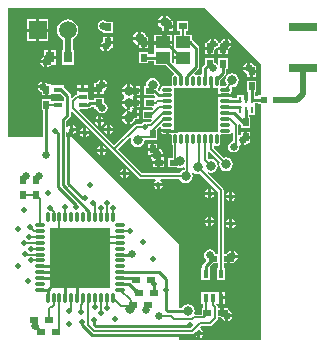
<source format=gtl>
%FSLAX24Y24*%
%MOIN*%
G70*
G01*
G75*
G04 Layer_Physical_Order=1*
G04 Layer_Color=255*
%ADD10R,0.0250X0.0200*%
%ADD11R,0.0200X0.0250*%
%ADD12R,0.0098X0.0217*%
%ADD13O,0.0110X0.0335*%
%ADD14O,0.0335X0.0110*%
%ADD15R,0.2008X0.2008*%
%ADD16R,0.0472X0.0394*%
%ADD17R,0.0472X0.0394*%
%ADD18R,0.0945X0.0295*%
%ADD19R,0.0236X0.0197*%
%ADD20R,0.0157X0.0276*%
%ADD21R,0.0276X0.0157*%
%ADD22R,0.1457X0.1457*%
%ADD23O,0.0335X0.0118*%
%ADD24O,0.0118X0.0335*%
%ADD25R,0.0276X0.0354*%
%ADD26C,0.0100*%
%ADD27C,0.0060*%
%ADD28C,0.0080*%
%ADD29C,0.0200*%
%ADD30C,0.0150*%
%ADD31C,0.0591*%
%ADD32R,0.0591X0.0591*%
%ADD33C,0.0200*%
%ADD34C,0.0250*%
%ADD35C,0.0330*%
G36*
X20710Y19504D02*
Y18458D01*
X20625D01*
Y18412D01*
X20512D01*
Y18565D01*
X20560D01*
Y18935D01*
X20240D01*
Y18565D01*
X20288D01*
Y18468D01*
X20253D01*
Y18300D01*
X20153D01*
Y18468D01*
X19897D01*
Y18357D01*
X19767D01*
X19735Y18396D01*
X19735Y18396D01*
X19733Y18392D01*
X19514D01*
Y18492D01*
X19733D01*
X19709Y18528D01*
Y18553D01*
X19735Y18593D01*
X19744Y18639D01*
X19735Y18685D01*
X19748Y18719D01*
X19750Y18721D01*
Y18721D01*
X19838Y18738D01*
X19912Y18788D01*
X19962Y18862D01*
X19979Y18950D01*
X19962Y19038D01*
X19912Y19112D01*
X19838Y19162D01*
X19750Y19179D01*
X19662Y19162D01*
X19588Y19112D01*
X19538Y19038D01*
X19521Y18950D01*
X19538Y18862D01*
X19566Y18820D01*
X19506Y18760D01*
X19406D01*
X19393Y18758D01*
X19358Y18793D01*
X19360Y18806D01*
Y18952D01*
X19529Y19121D01*
X19529Y19121D01*
X19554Y19157D01*
X19562Y19200D01*
Y19315D01*
X19610D01*
Y19685D01*
X19290D01*
Y19485D01*
X19242Y19470D01*
X19233Y19483D01*
X19172Y19524D01*
X19160Y19527D01*
Y19685D01*
X18840D01*
Y19499D01*
X18766Y19425D01*
X18742Y19388D01*
X18733Y19345D01*
X18733Y19345D01*
Y19167D01*
X18694Y19135D01*
X18648Y19144D01*
X18602Y19135D01*
X18563Y19109D01*
X18537D01*
X18498Y19135D01*
X18485Y19177D01*
X18629Y19321D01*
X18654Y19357D01*
X18662Y19400D01*
X18662Y19400D01*
Y20000D01*
X18662Y20000D01*
X18654Y20043D01*
X18629Y20079D01*
X18629Y20079D01*
X18417Y20291D01*
X18416Y20292D01*
Y20469D01*
X18211D01*
Y20590D01*
X18285D01*
Y20910D01*
X17915D01*
Y20590D01*
X18028D01*
Y20469D01*
X17823D01*
Y19955D01*
Y19750D01*
X18119D01*
Y19650D01*
X17823D01*
Y19551D01*
X17788Y19536D01*
X17746Y19564D01*
Y19955D01*
Y20162D01*
X17154D01*
Y19955D01*
Y19812D01*
X16960D01*
Y19885D01*
X16640D01*
Y19515D01*
X16960D01*
Y19588D01*
X17154D01*
Y19443D01*
X17548D01*
X17812Y19180D01*
X17807Y19130D01*
X17775Y19109D01*
X17749Y19069D01*
X17740Y19023D01*
Y18806D01*
X17742Y18793D01*
X17707Y18758D01*
X17694Y18760D01*
X17477D01*
X17431Y18751D01*
X17391Y18725D01*
X17365Y18685D01*
X17356Y18639D01*
X17362Y18606D01*
X17318Y18583D01*
X17263Y18638D01*
X17312Y18712D01*
X17329Y18800D01*
X17312Y18888D01*
X17262Y18962D01*
X17188Y19012D01*
X17100Y19029D01*
X17012Y19012D01*
X16938Y18962D01*
X16888Y18888D01*
X16871Y18800D01*
X16871Y18799D01*
X16839Y18760D01*
X16815D01*
Y18440D01*
X17144D01*
X17177Y18406D01*
X17158Y18360D01*
X16815D01*
Y18040D01*
X17095D01*
X17114Y17994D01*
X17080Y17960D01*
X16765D01*
Y17640D01*
X17045D01*
X17064Y17594D01*
X17012Y17542D01*
X16926D01*
X16912Y17551D01*
X16850Y17563D01*
X16788Y17551D01*
X16735Y17515D01*
X16719Y17492D01*
X16570D01*
X16535Y17485D01*
X16505Y17465D01*
X15820Y16780D01*
X14661Y17939D01*
X14680Y17985D01*
X14961D01*
Y18018D01*
X15003Y18026D01*
X15039Y18051D01*
X15056Y18068D01*
X15150D01*
Y17995D01*
X15228D01*
X15236Y17958D01*
X15277Y17897D01*
X15338Y17856D01*
X15410Y17841D01*
X15482Y17856D01*
X15543Y17897D01*
X15584Y17958D01*
X15599Y18030D01*
X15584Y18102D01*
X15543Y18163D01*
X15482Y18204D01*
X15470Y18207D01*
Y18365D01*
X15150D01*
Y18292D01*
X15010D01*
X15010Y18292D01*
X15000Y18290D01*
X14961Y18322D01*
Y18497D01*
Y18586D01*
X14566D01*
Y18497D01*
Y18471D01*
X14541Y18466D01*
X14535Y18465D01*
X14505Y18445D01*
X14418Y18358D01*
X14372Y18377D01*
Y18430D01*
X14372Y18430D01*
X14364Y18473D01*
X14339Y18509D01*
X14339Y18509D01*
X14154Y18694D01*
Y18775D01*
X13759D01*
Y18775D01*
X13755D01*
X13720Y18810D01*
Y18815D01*
X13626D01*
X13593Y18863D01*
X13532Y18904D01*
X13510Y18909D01*
Y18730D01*
X13460D01*
Y18680D01*
X13281D01*
X13286Y18658D01*
X13327Y18597D01*
X13388Y18556D01*
X13400Y18553D01*
Y18445D01*
X13510D01*
Y18630D01*
X13610D01*
Y18445D01*
X13720D01*
Y18497D01*
X13759D01*
Y18497D01*
X14034D01*
X14148Y18384D01*
Y18263D01*
X13759D01*
Y18263D01*
X13755D01*
X13720Y18298D01*
Y18315D01*
X13400D01*
Y17945D01*
X13448D01*
Y17050D01*
X12270D01*
Y21360D01*
X18811D01*
X20710Y19504D01*
D02*
G37*
G36*
X17381Y17388D02*
X17391Y17372D01*
Y17347D01*
X17367Y17311D01*
X17586D01*
Y17261D01*
X17635D01*
Y17140D01*
X17694D01*
X17707Y17142D01*
X17742Y17107D01*
X17740Y17094D01*
Y16877D01*
X17749Y16831D01*
X17769Y16800D01*
Y16360D01*
X17615D01*
Y16040D01*
X17909D01*
X17912Y16038D01*
X18000Y16021D01*
X18088Y16038D01*
X18119Y16059D01*
X18163Y16035D01*
Y15972D01*
X18112Y15962D01*
X18038Y15912D01*
X17991Y15842D01*
X16758D01*
X15950Y16650D01*
X16340Y17040D01*
X16384Y17016D01*
X16371Y16950D01*
X16388Y16862D01*
X16438Y16788D01*
X16512Y16738D01*
X16600Y16721D01*
X16688Y16738D01*
X16762Y16788D01*
X16812Y16862D01*
X16829Y16950D01*
X16836Y16958D01*
X17000D01*
X17034Y16965D01*
X17260D01*
Y17322D01*
X17331Y17393D01*
X17381Y17388D01*
D02*
G37*
G36*
X20625Y18142D02*
X20710D01*
Y10300D01*
X17980D01*
Y10488D01*
X18413D01*
X18446Y10495D01*
X18487Y10467D01*
X18489Y10458D01*
X18525Y10405D01*
X18578Y10369D01*
X18590Y10367D01*
Y10520D01*
X18640D01*
Y10570D01*
X18793D01*
X18791Y10582D01*
X18755Y10635D01*
X18702Y10671D01*
X18698Y10672D01*
X18684Y10719D01*
X18722Y10758D01*
X19020D01*
X19059Y10766D01*
X19092Y10788D01*
X19092Y10788D01*
X19092Y10788D01*
X19252Y10948D01*
X19274Y10981D01*
X19282Y11020D01*
X19282Y11020D01*
X19282Y11020D01*
Y11020D01*
Y11040D01*
X19370D01*
Y11200D01*
Y11360D01*
X19282D01*
Y11380D01*
X19274Y11419D01*
X19252Y11452D01*
X19222Y11482D01*
Y11499D01*
X19326D01*
Y11696D01*
Y11894D01*
X18725D01*
Y11499D01*
X18772D01*
Y11360D01*
X18735D01*
Y11134D01*
X18550D01*
X18492Y11172D01*
D01*
X18492Y11172D01*
X18509Y11260D01*
X18492Y11348D01*
X18442Y11422D01*
X18368Y11472D01*
X18280Y11489D01*
X18192Y11472D01*
X18118Y11422D01*
X18084Y11372D01*
X17980D01*
Y13460D01*
X17920Y13540D01*
X14410Y17050D01*
X14212D01*
Y17207D01*
X14260Y17222D01*
X14285Y17185D01*
X14338Y17149D01*
X14350Y17147D01*
Y17300D01*
Y17453D01*
X14338Y17451D01*
X14285Y17415D01*
X14260Y17378D01*
X14212Y17393D01*
Y17584D01*
X14339Y17711D01*
X14339Y17711D01*
X14364Y17747D01*
X14364Y17747D01*
X14364Y17747D01*
X14372Y17790D01*
X14372Y17790D01*
Y17903D01*
X14418Y17922D01*
X15755Y16585D01*
X15755Y16585D01*
X16655Y15685D01*
X16685Y15665D01*
X16720Y15658D01*
X17188D01*
X17202Y15610D01*
X17165Y15585D01*
X17129Y15532D01*
X17127Y15520D01*
X17433D01*
X17431Y15532D01*
X17395Y15585D01*
X17358Y15610D01*
X17372Y15658D01*
X17991D01*
X18038Y15588D01*
X18112Y15538D01*
X18200Y15521D01*
X18288Y15538D01*
X18362Y15588D01*
X18412Y15662D01*
X18429Y15750D01*
X18412Y15838D01*
X18397Y15860D01*
X18438Y15888D01*
X18512Y15838D01*
X18600Y15821D01*
X18683Y15837D01*
X19284Y15236D01*
Y13160D01*
X19181D01*
X19174Y13192D01*
X19133Y13253D01*
X19072Y13294D01*
X19000Y13309D01*
X18928Y13294D01*
X18867Y13253D01*
X18826Y13192D01*
X18811Y13120D01*
X18826Y13048D01*
X18867Y12987D01*
X18883Y12976D01*
X18888Y12926D01*
X18785Y12823D01*
X18760Y12787D01*
X18752Y12744D01*
X18752Y12744D01*
Y12701D01*
X18725D01*
Y12306D01*
X19003D01*
Y12701D01*
X19003Y12701D01*
X19003D01*
X18996Y12718D01*
X19119Y12840D01*
X19284D01*
Y12701D01*
X19237D01*
Y12306D01*
X19515D01*
Y12701D01*
X19468D01*
Y12840D01*
X19570D01*
Y13000D01*
Y13160D01*
X19468D01*
Y15274D01*
X19462Y15303D01*
X19461Y15309D01*
X19441Y15339D01*
X18930Y15850D01*
X18962Y15888D01*
X18962Y15888D01*
X19050Y15871D01*
X19138Y15888D01*
X19212Y15938D01*
X19262Y16012D01*
X19279Y16100D01*
X19262Y16188D01*
X19212Y16262D01*
X19138Y16312D01*
X19050Y16329D01*
X18976Y16315D01*
X18937Y16346D01*
Y16566D01*
X18944Y16571D01*
X18983Y16587D01*
X19337Y16233D01*
X19321Y16150D01*
X19338Y16062D01*
X19388Y15988D01*
X19462Y15938D01*
X19550Y15921D01*
X19638Y15938D01*
X19712Y15988D01*
X19762Y16062D01*
X19779Y16150D01*
X19762Y16238D01*
X19712Y16312D01*
X19638Y16362D01*
X19550Y16379D01*
X19467Y16363D01*
X19134Y16696D01*
Y16751D01*
X19178Y16775D01*
X19193Y16765D01*
X19239Y16756D01*
X19285Y16765D01*
X19325Y16791D01*
X19351Y16831D01*
X19360Y16877D01*
Y17094D01*
X19358Y17107D01*
X19393Y17142D01*
X19406Y17140D01*
X19623D01*
X19669Y17149D01*
X19709Y17175D01*
X19730Y17208D01*
X19778Y17193D01*
Y16914D01*
X19728Y16904D01*
X19667Y16863D01*
X19626Y16802D01*
X19611Y16730D01*
X19626Y16658D01*
X19667Y16597D01*
X19728Y16556D01*
X19800Y16541D01*
X19872Y16556D01*
X19933Y16597D01*
X19974Y16658D01*
X19989Y16730D01*
X19985Y16749D01*
X20026Y16777D01*
X20028Y16776D01*
X20050Y16771D01*
Y16950D01*
X20150D01*
Y16771D01*
X20172Y16776D01*
X20233Y16817D01*
X20266Y16865D01*
X20360D01*
Y17000D01*
X20200D01*
Y17050D01*
X20150D01*
Y17235D01*
X20040D01*
Y17140D01*
X19997Y17114D01*
X19962Y17133D01*
Y17459D01*
X19959Y17473D01*
X20003Y17497D01*
X20029Y17471D01*
X20029Y17471D01*
X20040Y17464D01*
Y17365D01*
X20360D01*
Y17735D01*
X20312D01*
Y17797D01*
X20509D01*
Y18132D01*
Y18188D01*
X20625D01*
Y18142D01*
D02*
G37*
%LPC*%
G36*
X17300Y16669D02*
Y16500D01*
X17469D01*
X17462Y16538D01*
X17412Y16612D01*
X17338Y16662D01*
X17300Y16669D01*
D02*
G37*
G36*
X15563Y16560D02*
X15460D01*
Y16457D01*
X15472Y16459D01*
X15525Y16495D01*
X15561Y16548D01*
X15563Y16560D01*
D02*
G37*
G36*
X17050Y16835D02*
X16940D01*
Y16700D01*
X17050D01*
Y16835D01*
D02*
G37*
G36*
X15460Y16763D02*
Y16660D01*
X15563D01*
X15561Y16672D01*
X15525Y16725D01*
X15472Y16761D01*
X15460Y16763D01*
D02*
G37*
G36*
X15360D02*
X15348Y16761D01*
X15295Y16725D01*
X15259Y16672D01*
X15257Y16660D01*
X15360D01*
Y16763D01*
D02*
G37*
G36*
X17250Y16150D02*
X17115D01*
Y16040D01*
X17250D01*
Y16150D01*
D02*
G37*
G36*
X16210Y15993D02*
Y15890D01*
X16313D01*
X16311Y15902D01*
X16275Y15955D01*
X16222Y15991D01*
X16210Y15993D01*
D02*
G37*
G36*
X16110D02*
X16098Y15991D01*
X16045Y15955D01*
X16009Y15902D01*
X16007Y15890D01*
X16110D01*
Y15993D01*
D02*
G37*
G36*
X17485Y16150D02*
X17350D01*
Y16040D01*
X17485D01*
Y16150D01*
D02*
G37*
G36*
X15360Y16560D02*
X15257D01*
X15259Y16548D01*
X15295Y16495D01*
X15348Y16459D01*
X15360Y16457D01*
Y16560D01*
D02*
G37*
G36*
X17200Y16600D02*
X16940D01*
Y16465D01*
X17008D01*
X17021Y16450D01*
X17031Y16500D01*
X17200D01*
Y16600D01*
D02*
G37*
G36*
X17469Y16400D02*
X17031D01*
X17038Y16362D01*
X17088Y16288D01*
X17115Y16270D01*
Y16250D01*
X17485D01*
Y16360D01*
X17485D01*
X17462Y16362D01*
X17462D01*
X17469Y16400D01*
D02*
G37*
G36*
X17260Y16835D02*
X17150D01*
Y16700D01*
X17260D01*
Y16835D01*
D02*
G37*
G36*
X14880Y17353D02*
Y17250D01*
X14983D01*
X14981Y17262D01*
X14945Y17315D01*
X14892Y17351D01*
X14880Y17353D01*
D02*
G37*
G36*
X14780D02*
X14768Y17351D01*
X14715Y17315D01*
X14679Y17262D01*
X14677Y17250D01*
X14780D01*
Y17353D01*
D02*
G37*
G36*
X15783Y17260D02*
X15680D01*
Y17157D01*
X15692Y17159D01*
X15745Y17195D01*
X15781Y17248D01*
X15783Y17260D01*
D02*
G37*
G36*
X15680Y17463D02*
Y17360D01*
X15783D01*
X15781Y17372D01*
X15745Y17425D01*
X15692Y17461D01*
X15680Y17463D01*
D02*
G37*
G36*
X15580D02*
X15568Y17461D01*
X15515Y17425D01*
X15479Y17372D01*
X15477Y17360D01*
X15580D01*
Y17463D01*
D02*
G37*
G36*
X14450Y17453D02*
Y17350D01*
X14553D01*
X14551Y17362D01*
X14515Y17415D01*
X14462Y17451D01*
X14450Y17453D01*
D02*
G37*
G36*
X20360Y17235D02*
X20250D01*
Y17100D01*
X20360D01*
Y17235D01*
D02*
G37*
G36*
X14983Y17150D02*
X14880D01*
Y17047D01*
X14892Y17049D01*
X14945Y17085D01*
X14981Y17138D01*
X14983Y17150D01*
D02*
G37*
G36*
X14780D02*
X14677D01*
X14679Y17138D01*
X14715Y17085D01*
X14768Y17049D01*
X14780Y17047D01*
Y17150D01*
D02*
G37*
G36*
X15580Y17260D02*
X15477D01*
X15479Y17248D01*
X15515Y17195D01*
X15568Y17159D01*
X15580Y17157D01*
Y17260D01*
D02*
G37*
G36*
X14553Y17250D02*
X14450D01*
Y17147D01*
X14462Y17149D01*
X14515Y17185D01*
X14551Y17238D01*
X14553Y17250D01*
D02*
G37*
G36*
X17535Y17211D02*
X17367D01*
X17391Y17175D01*
X17431Y17149D01*
X17477Y17140D01*
X17535D01*
Y17211D01*
D02*
G37*
G36*
X16313Y15790D02*
X16210D01*
Y15687D01*
X16222Y15689D01*
X16275Y15725D01*
X16311Y15778D01*
X16313Y15790D01*
D02*
G37*
G36*
X19660Y14110D02*
X19557D01*
X19559Y14098D01*
X19595Y14045D01*
X19648Y14009D01*
X19660Y14007D01*
Y14110D01*
D02*
G37*
G36*
X19810Y13259D02*
Y13130D01*
X19939D01*
X19934Y13152D01*
X19893Y13213D01*
X19832Y13254D01*
X19810Y13259D01*
D02*
G37*
G36*
X19939Y13030D02*
X19810D01*
Y12901D01*
X19832Y12906D01*
X19893Y12947D01*
X19934Y13008D01*
X19939Y13030D01*
D02*
G37*
G36*
X19863Y14110D02*
X19760D01*
Y14007D01*
X19772Y14009D01*
X19825Y14045D01*
X19861Y14098D01*
X19863Y14110D01*
D02*
G37*
G36*
X19660Y14313D02*
X19648Y14311D01*
X19595Y14275D01*
X19559Y14222D01*
X19557Y14210D01*
X19660D01*
Y14313D01*
D02*
G37*
G36*
X19143Y14190D02*
X19040D01*
Y14087D01*
X19052Y14089D01*
X19105Y14125D01*
X19141Y14178D01*
X19143Y14190D01*
D02*
G37*
G36*
X18940D02*
X18837D01*
X18839Y14178D01*
X18875Y14125D01*
X18928Y14089D01*
X18940Y14087D01*
Y14190D01*
D02*
G37*
G36*
X19620Y11279D02*
Y11150D01*
X19749D01*
X19744Y11172D01*
X19703Y11233D01*
X19642Y11274D01*
X19620Y11279D01*
D02*
G37*
G36*
X19749Y11050D02*
X19620D01*
Y10921D01*
X19642Y10926D01*
X19703Y10967D01*
X19744Y11028D01*
X19749Y11050D01*
D02*
G37*
G36*
X18793Y10470D02*
X18690D01*
Y10367D01*
X18702Y10369D01*
X18755Y10405D01*
X18791Y10458D01*
X18793Y10470D01*
D02*
G37*
G36*
X19605Y11360D02*
X19470D01*
Y11200D01*
Y11040D01*
X19393D01*
X19396Y11028D01*
X19437Y10967D01*
X19498Y10926D01*
X19520Y10921D01*
Y11100D01*
Y11279D01*
X19570Y11289D01*
X19605Y11282D01*
Y11360D01*
D02*
G37*
G36*
X19710Y13259D02*
X19688Y13254D01*
X19627Y13213D01*
X19591Y13160D01*
X19670D01*
Y13000D01*
Y12840D01*
X19805D01*
Y12900D01*
X19760Y12891D01*
X19710Y12901D01*
Y13080D01*
Y13259D01*
D02*
G37*
G36*
X19515Y11894D02*
X19426D01*
Y11746D01*
X19515D01*
Y11894D01*
D02*
G37*
G36*
Y11646D02*
X19426D01*
Y11499D01*
X19515D01*
Y11646D01*
D02*
G37*
G36*
X18950Y15313D02*
X18938Y15311D01*
X18885Y15275D01*
X18849Y15222D01*
X18847Y15210D01*
X18950D01*
Y15313D01*
D02*
G37*
G36*
X19760Y15223D02*
Y15120D01*
X19863D01*
X19861Y15132D01*
X19825Y15185D01*
X19772Y15221D01*
X19760Y15223D01*
D02*
G37*
G36*
X19660D02*
X19648Y15221D01*
X19595Y15185D01*
X19559Y15132D01*
X19557Y15120D01*
X19660D01*
Y15223D01*
D02*
G37*
G36*
X19050Y15313D02*
Y15210D01*
X19153D01*
X19151Y15222D01*
X19115Y15275D01*
X19062Y15311D01*
X19050Y15313D01*
D02*
G37*
G36*
X16110Y15790D02*
X16007D01*
X16009Y15778D01*
X16045Y15725D01*
X16098Y15689D01*
X16110Y15687D01*
Y15790D01*
D02*
G37*
G36*
X17433Y15420D02*
X17330D01*
Y15317D01*
X17342Y15319D01*
X17395Y15355D01*
X17431Y15408D01*
X17433Y15420D01*
D02*
G37*
G36*
X17230D02*
X17127D01*
X17129Y15408D01*
X17165Y15355D01*
X17218Y15319D01*
X17230Y15317D01*
Y15420D01*
D02*
G37*
G36*
X19040Y14393D02*
Y14290D01*
X19143D01*
X19141Y14302D01*
X19105Y14355D01*
X19052Y14391D01*
X19040Y14393D01*
D02*
G37*
G36*
X18940D02*
X18928Y14391D01*
X18875Y14355D01*
X18839Y14302D01*
X18837Y14290D01*
X18940D01*
Y14393D01*
D02*
G37*
G36*
X19760Y14313D02*
Y14210D01*
X19863D01*
X19861Y14222D01*
X19825Y14275D01*
X19772Y14311D01*
X19760Y14313D01*
D02*
G37*
G36*
X19660Y15020D02*
X19557D01*
X19559Y15008D01*
X19595Y14955D01*
X19648Y14919D01*
X19660Y14917D01*
Y15020D01*
D02*
G37*
G36*
X19153Y15110D02*
X19050D01*
Y15007D01*
X19062Y15009D01*
X19115Y15045D01*
X19151Y15098D01*
X19153Y15110D01*
D02*
G37*
G36*
X18950D02*
X18847D01*
X18849Y15098D01*
X18885Y15045D01*
X18938Y15009D01*
X18950Y15007D01*
Y15110D01*
D02*
G37*
G36*
X19863Y15020D02*
X19760D01*
Y14917D01*
X19772Y14919D01*
X19825Y14955D01*
X19861Y15008D01*
X19863Y15020D01*
D02*
G37*
G36*
X15270Y17540D02*
X15167D01*
X15169Y17528D01*
X15205Y17475D01*
X15258Y17439D01*
X15270Y17437D01*
Y17540D01*
D02*
G37*
G36*
X16620Y20300D02*
X16451D01*
X16458Y20262D01*
X16508Y20188D01*
X16582Y20138D01*
X16620Y20131D01*
Y20300D01*
D02*
G37*
G36*
X16960Y20385D02*
X16892D01*
X16899Y20350D01*
X16889Y20300D01*
X16720D01*
Y20131D01*
X16670Y20121D01*
X16640Y20127D01*
Y20015D01*
X16750D01*
Y20200D01*
X16800D01*
Y20250D01*
X16960D01*
Y20385D01*
D02*
G37*
G36*
X19290Y20185D02*
Y20185D01*
X19282D01*
X19289Y20150D01*
X19279Y20100D01*
X18921D01*
X18911Y20150D01*
X18918Y20185D01*
X18840D01*
Y20050D01*
X19160D01*
Y19973D01*
X19172Y19976D01*
X19233Y20017D01*
X19242Y20030D01*
X19290Y20015D01*
Y20050D01*
X19610D01*
Y19973D01*
X19622Y19976D01*
X19683Y20017D01*
X19724Y20078D01*
X19729Y20100D01*
X19371D01*
X19361Y20150D01*
X19368Y20185D01*
X19290D01*
D01*
X19290Y20185D01*
X19290Y20185D01*
D02*
G37*
G36*
X19050Y20329D02*
X19028Y20324D01*
X18967Y20283D01*
X18926Y20222D01*
X18921Y20200D01*
X19050D01*
Y20329D01*
D02*
G37*
G36*
X19600D02*
Y20200D01*
X19729D01*
X19724Y20222D01*
X19683Y20283D01*
X19622Y20324D01*
X19600Y20329D01*
D02*
G37*
G36*
X19500D02*
X19478Y20324D01*
X19417Y20283D01*
X19376Y20222D01*
X19371Y20200D01*
X19500D01*
Y20329D01*
D02*
G37*
G36*
X19150D02*
Y20200D01*
X19279D01*
X19274Y20222D01*
X19233Y20283D01*
X19172Y20324D01*
X19150Y20329D01*
D02*
G37*
G36*
X19400Y19950D02*
X19290D01*
Y19815D01*
X19400D01*
Y19950D01*
D02*
G37*
G36*
X19160D02*
X19050D01*
Y19815D01*
X19160D01*
Y19950D01*
D02*
G37*
G36*
X18950D02*
X18840D01*
Y19815D01*
X18950D01*
Y19950D01*
D02*
G37*
G36*
X19610D02*
X19500D01*
Y19815D01*
X19610D01*
Y19950D01*
D02*
G37*
G36*
X16960Y20150D02*
X16850D01*
Y20015D01*
X16960D01*
Y20150D01*
D02*
G37*
G36*
X15570Y20395D02*
X15460D01*
Y20265D01*
X15458Y20264D01*
X15397Y20223D01*
X15356Y20162D01*
X15351Y20140D01*
X15530D01*
Y20090D01*
X15580D01*
Y19911D01*
X15602Y19916D01*
X15663Y19957D01*
X15704Y20018D01*
X15706Y20025D01*
X15780D01*
Y20160D01*
X15620D01*
Y20210D01*
X15570D01*
Y20395D01*
D02*
G37*
G36*
X15480Y20040D02*
X15351D01*
X15356Y20018D01*
X15397Y19957D01*
X15458Y19916D01*
X15480Y19911D01*
Y20040D01*
D02*
G37*
G36*
X17785Y20700D02*
X17650D01*
Y20590D01*
X17785D01*
Y20700D01*
D02*
G37*
G36*
Y20910D02*
X17725D01*
X17729Y20890D01*
X17719Y20840D01*
X17281D01*
X17288Y20802D01*
X17338Y20728D01*
X17412Y20678D01*
X17415Y20677D01*
Y20590D01*
X17550D01*
Y20750D01*
X17600D01*
Y20800D01*
X17785D01*
Y20910D01*
D02*
G37*
G36*
X15460Y20949D02*
X15388Y20934D01*
X15327Y20893D01*
X15286Y20832D01*
X15271Y20760D01*
X15286Y20688D01*
X15327Y20627D01*
X15388Y20586D01*
X15460Y20571D01*
Y20525D01*
X15780D01*
Y20895D01*
X15591D01*
X15532Y20934D01*
X15460Y20949D01*
D02*
G37*
G36*
X13220Y20975D02*
X12915D01*
Y20670D01*
X13220D01*
Y20975D01*
D02*
G37*
G36*
X17550Y21109D02*
Y20940D01*
X17719D01*
X17712Y20978D01*
X17662Y21052D01*
X17588Y21102D01*
X17550Y21109D01*
D02*
G37*
G36*
X17450D02*
X17412Y21102D01*
X17338Y21052D01*
X17288Y20978D01*
X17281Y20940D01*
X17450D01*
Y21109D01*
D02*
G37*
G36*
X13625Y20975D02*
X13320D01*
Y20670D01*
X13625D01*
Y20975D01*
D02*
G37*
G36*
X17746Y20469D02*
X17500D01*
Y20262D01*
X17746D01*
Y20469D01*
D02*
G37*
G36*
X17400D02*
X17154D01*
Y20262D01*
X17400D01*
Y20469D01*
D02*
G37*
G36*
X15780Y20395D02*
X15670D01*
Y20260D01*
X15780D01*
Y20395D01*
D02*
G37*
G36*
X13220Y20570D02*
X12915D01*
Y20265D01*
X13220D01*
Y20570D01*
D02*
G37*
G36*
X16720Y20569D02*
Y20400D01*
X16889D01*
X16882Y20438D01*
X16832Y20512D01*
X16758Y20562D01*
X16720Y20569D01*
D02*
G37*
G36*
X16620D02*
X16582Y20562D01*
X16508Y20512D01*
X16458Y20438D01*
X16451Y20400D01*
X16620D01*
Y20569D01*
D02*
G37*
G36*
X13625Y20570D02*
X13320D01*
Y20265D01*
X13625D01*
Y20570D01*
D02*
G37*
G36*
X16685Y18360D02*
X16550D01*
Y18250D01*
X16685D01*
Y18360D01*
D02*
G37*
G36*
Y18150D02*
X16550D01*
Y18040D01*
X16685D01*
Y18150D01*
D02*
G37*
G36*
X16250D02*
X16081D01*
X16088Y18112D01*
X16138Y18038D01*
X16212Y17988D01*
X16250Y17981D01*
Y18150D01*
D02*
G37*
G36*
X16685Y18550D02*
X16550D01*
Y18440D01*
X16685D01*
Y18550D01*
D02*
G37*
G36*
X16250Y18819D02*
X16212Y18812D01*
X16138Y18762D01*
X16088Y18688D01*
X16081Y18650D01*
X16250D01*
Y18819D01*
D02*
G37*
G36*
X15360Y18959D02*
X15338Y18954D01*
X15277Y18913D01*
X15244Y18865D01*
X15150D01*
Y18730D01*
X15310D01*
Y18680D01*
X15360D01*
Y18495D01*
X15470D01*
Y18603D01*
X15482Y18606D01*
X15543Y18647D01*
X15584Y18708D01*
X15589Y18730D01*
X15410D01*
Y18780D01*
X15360D01*
Y18959D01*
D02*
G37*
G36*
X15260Y18630D02*
X15150D01*
Y18495D01*
X15260D01*
Y18630D01*
D02*
G37*
G36*
X15270Y17743D02*
X15258Y17741D01*
X15205Y17705D01*
X15169Y17652D01*
X15167Y17640D01*
X15270D01*
Y17743D01*
D02*
G37*
G36*
X16250Y17650D02*
X16081D01*
X16088Y17612D01*
X16138Y17538D01*
X16212Y17488D01*
X16250Y17481D01*
Y17650D01*
D02*
G37*
G36*
X15473Y17540D02*
X15370D01*
Y17437D01*
X15382Y17439D01*
X15435Y17475D01*
X15471Y17528D01*
X15473Y17540D01*
D02*
G37*
G36*
X15370Y17743D02*
Y17640D01*
X15473D01*
X15471Y17652D01*
X15435Y17705D01*
X15382Y17741D01*
X15370Y17743D01*
D02*
G37*
G36*
X16350Y18819D02*
Y18600D01*
X16300D01*
Y18550D01*
X16081D01*
X16088Y18512D01*
X16138Y18438D01*
X16157Y18425D01*
Y18375D01*
X16138Y18362D01*
X16088Y18288D01*
X16081Y18250D01*
X16300D01*
Y18200D01*
X16350D01*
Y17981D01*
X16300Y17971D01*
X16265Y17978D01*
Y17960D01*
Y17960D01*
D01*
Y17960D01*
X16265D01*
D01*
Y17922D01*
X16300Y17929D01*
X16350Y17919D01*
Y17700D01*
Y17481D01*
X16388Y17488D01*
X16462Y17538D01*
X16512Y17612D01*
X16517Y17640D01*
X16635D01*
Y17750D01*
X16450D01*
Y17800D01*
X16400D01*
Y17960D01*
X16432D01*
X16417Y18008D01*
X16462Y18038D01*
X16464Y18040D01*
X16450D01*
Y18200D01*
Y18360D01*
X16464D01*
X16462Y18362D01*
X16443Y18375D01*
Y18425D01*
X16462Y18438D01*
X16464Y18440D01*
X16450D01*
Y18600D01*
Y18760D01*
X16464D01*
X16462Y18762D01*
X16388Y18812D01*
X16350Y18819D01*
D02*
G37*
G36*
X16635Y17960D02*
X16500D01*
Y17850D01*
X16635D01*
Y17960D01*
D02*
G37*
G36*
X16250Y17919D02*
X16212Y17912D01*
X16138Y17862D01*
X16088Y17788D01*
X16081Y17750D01*
X16250D01*
Y17919D01*
D02*
G37*
G36*
X20250Y19529D02*
X20228Y19524D01*
X20167Y19483D01*
X20126Y19422D01*
X20121Y19400D01*
X20250D01*
Y19529D01*
D02*
G37*
G36*
X13477Y19746D02*
X13468Y19744D01*
X13407Y19703D01*
X13366Y19642D01*
X13361Y19620D01*
X13540D01*
Y19570D01*
X13590D01*
Y19391D01*
X13612Y19396D01*
X13673Y19437D01*
X13698Y19473D01*
X13625D01*
Y19660D01*
X13477D01*
Y19746D01*
D02*
G37*
G36*
X13490Y19520D02*
X13361D01*
X13366Y19498D01*
X13407Y19437D01*
X13468Y19396D01*
X13490Y19391D01*
Y19520D01*
D02*
G37*
G36*
X13873Y19660D02*
X13725D01*
Y19473D01*
X13873D01*
Y19660D01*
D02*
G37*
G36*
Y19947D02*
X13725D01*
Y19760D01*
X13873D01*
Y19947D01*
D02*
G37*
G36*
X13625D02*
X13477D01*
Y19760D01*
X13625D01*
Y19947D01*
D02*
G37*
G36*
X14270Y20978D02*
X14177Y20966D01*
X14091Y20930D01*
X14017Y20873D01*
X13960Y20799D01*
X13924Y20713D01*
X13912Y20620D01*
X13924Y20527D01*
X13960Y20441D01*
X14017Y20367D01*
X14091Y20310D01*
X14107Y20303D01*
Y19947D01*
X14067D01*
Y19473D01*
X14463D01*
Y19947D01*
X14433D01*
Y20303D01*
X14449Y20310D01*
X14523Y20367D01*
X14580Y20441D01*
X14616Y20527D01*
X14628Y20620D01*
X14616Y20713D01*
X14580Y20799D01*
X14523Y20873D01*
X14449Y20930D01*
X14363Y20966D01*
X14270Y20978D01*
D02*
G37*
G36*
X14961Y18775D02*
X14814D01*
Y18686D01*
X14961D01*
Y18775D01*
D02*
G37*
G36*
X14714D02*
X14566D01*
Y18686D01*
X14714D01*
Y18775D01*
D02*
G37*
G36*
X16685Y18760D02*
X16550D01*
Y18650D01*
X16685D01*
Y18760D01*
D02*
G37*
G36*
X13410Y18909D02*
X13388Y18904D01*
X13327Y18863D01*
X13286Y18802D01*
X13281Y18780D01*
X13410D01*
Y18909D01*
D02*
G37*
G36*
X20560Y19200D02*
X20450D01*
Y19065D01*
X20560D01*
Y19200D01*
D02*
G37*
G36*
X20350Y19529D02*
Y19350D01*
X20300D01*
Y19300D01*
X20121D01*
X20126Y19278D01*
X20167Y19217D01*
X20228Y19176D01*
X20240Y19173D01*
Y19065D01*
X20350D01*
Y19250D01*
X20400D01*
Y19300D01*
X20560D01*
Y19435D01*
X20466D01*
X20433Y19483D01*
X20372Y19524D01*
X20350Y19529D01*
D02*
G37*
G36*
X15460Y18959D02*
Y18830D01*
X15589D01*
X15584Y18852D01*
X15543Y18913D01*
X15482Y18954D01*
X15460Y18959D01*
D02*
G37*
%LPD*%
D10*
X17160Y11840D02*
D03*
X16660D02*
D03*
X13380Y10540D02*
D03*
X13880D02*
D03*
X13650Y10950D02*
D03*
X13150D02*
D03*
X19120Y13000D02*
D03*
X19620D02*
D03*
X19420Y11200D02*
D03*
X18920D02*
D03*
X16950Y11450D02*
D03*
X16450D02*
D03*
X17600Y20750D02*
D03*
X18100D02*
D03*
X17000Y18600D02*
D03*
X16500D02*
D03*
X17000Y18200D02*
D03*
X16500D02*
D03*
X16950Y17800D02*
D03*
X16450D02*
D03*
X17300Y16200D02*
D03*
X17800D02*
D03*
X16550Y12300D02*
D03*
X17050D02*
D03*
D11*
X13210Y15110D02*
D03*
Y15610D02*
D03*
X12770D02*
D03*
Y15110D02*
D03*
X13560Y18130D02*
D03*
Y18630D02*
D03*
X15310Y18680D02*
D03*
Y18180D02*
D03*
X16800Y20200D02*
D03*
Y19700D02*
D03*
X19000Y19500D02*
D03*
Y20000D02*
D03*
X20400Y18750D02*
D03*
Y19250D02*
D03*
X20200Y17050D02*
D03*
Y17550D02*
D03*
X19450Y19500D02*
D03*
Y20000D02*
D03*
X17100Y17150D02*
D03*
Y16650D02*
D03*
X15620Y20210D02*
D03*
Y20710D02*
D03*
D12*
X20006Y17965D02*
D03*
X20203D02*
D03*
X20400D02*
D03*
X20006Y18300D02*
D03*
X20203D02*
D03*
X20400D02*
D03*
D13*
X13600Y11700D02*
D03*
X13797D02*
D03*
X13994D02*
D03*
X14191D02*
D03*
X14387D02*
D03*
X14584D02*
D03*
X14781D02*
D03*
X14978D02*
D03*
X15175D02*
D03*
X15372D02*
D03*
X15568D02*
D03*
X15765D02*
D03*
Y14377D02*
D03*
X15568D02*
D03*
X15372D02*
D03*
X15175D02*
D03*
X14978D02*
D03*
X14781D02*
D03*
X14584D02*
D03*
X14387D02*
D03*
X14191D02*
D03*
X13994D02*
D03*
X13797D02*
D03*
X13600D02*
D03*
D14*
X16021Y11956D02*
D03*
Y12153D02*
D03*
Y12350D02*
D03*
Y12546D02*
D03*
Y12743D02*
D03*
Y12940D02*
D03*
Y13137D02*
D03*
Y13334D02*
D03*
Y13531D02*
D03*
Y13728D02*
D03*
Y13924D02*
D03*
Y14121D02*
D03*
X13344D02*
D03*
Y13924D02*
D03*
Y13728D02*
D03*
Y13531D02*
D03*
Y13334D02*
D03*
Y13137D02*
D03*
Y12940D02*
D03*
Y12743D02*
D03*
Y12546D02*
D03*
Y12350D02*
D03*
Y12153D02*
D03*
Y11956D02*
D03*
D15*
X14683Y13039D02*
D03*
D16*
X18119Y19700D02*
D03*
Y20212D02*
D03*
X17450D02*
D03*
D17*
Y19700D02*
D03*
D18*
X22100Y20708D02*
D03*
Y19350D02*
D03*
D19*
X21197Y18300D02*
D03*
X20803D02*
D03*
D20*
X18864Y12504D02*
D03*
X19376D02*
D03*
Y11696D02*
D03*
X19120D02*
D03*
X18864D02*
D03*
D21*
X13956Y18124D02*
D03*
Y18636D02*
D03*
X14764D02*
D03*
Y18380D02*
D03*
Y18124D02*
D03*
D22*
X18550Y17950D02*
D03*
D23*
X17585Y18442D02*
D03*
Y18245D02*
D03*
Y18048D02*
D03*
Y17655D02*
D03*
Y17261D02*
D03*
X19515Y17852D02*
D03*
Y18048D02*
D03*
Y18245D02*
D03*
Y18442D02*
D03*
Y18639D02*
D03*
X17585Y17852D02*
D03*
Y17458D02*
D03*
Y18639D02*
D03*
X19515Y17261D02*
D03*
Y17458D02*
D03*
Y17655D02*
D03*
D24*
X17861Y16985D02*
D03*
X19239Y18915D02*
D03*
X19042D02*
D03*
X18845D02*
D03*
X18255D02*
D03*
X18058D02*
D03*
Y16985D02*
D03*
X18255D02*
D03*
X18452D02*
D03*
X18648D02*
D03*
X18845D02*
D03*
X19042D02*
D03*
X19239D02*
D03*
X17861Y18915D02*
D03*
X18648D02*
D03*
X18452D02*
D03*
D25*
X13675Y19710D02*
D03*
X14265D02*
D03*
D26*
X18864Y12744D02*
X19120Y13000D01*
X17540Y11310D02*
Y12330D01*
X17000Y18600D02*
X17142D01*
X18550Y17950D02*
X19042Y18442D01*
X17863Y17263D02*
X18550Y17950D01*
X17519Y20200D02*
Y20669D01*
X16800Y20200D02*
X17519D01*
X16500Y18200D02*
Y18600D01*
Y17850D02*
Y18200D01*
X17100Y16650D02*
X17300Y16450D01*
Y16200D02*
Y16450D01*
X17160Y11840D02*
Y12190D01*
X14584Y12940D02*
X14683Y13039D01*
X14584Y11700D02*
Y12940D01*
X19515Y18048D02*
X20006D01*
X15202Y10740D02*
X18321D01*
X15157Y10785D02*
X15202Y10740D01*
X15157Y10785D02*
Y10948D01*
X14735Y10783D02*
Y10895D01*
Y10783D02*
X15078Y10440D01*
X14767Y15009D02*
X14847D01*
X14270Y15506D02*
X14767Y15009D01*
X16670Y11840D02*
X16690Y11820D01*
X16660Y11840D02*
X16670D01*
X17150Y12200D02*
X17160Y12190D01*
X16880Y11280D02*
Y11380D01*
X16021Y12153D02*
X16307D01*
X16570Y11890D01*
X17324Y12546D02*
X17540Y12330D01*
X18330Y10749D02*
Y10790D01*
X18321Y10740D02*
X18330Y10749D01*
X13940Y15384D02*
Y17190D01*
X13860Y17270D02*
X13940Y17190D01*
X14270Y15506D02*
Y17170D01*
X14400Y17300D01*
X14100Y17630D02*
X14260Y17790D01*
X14100Y15450D02*
Y17630D01*
X15078Y10440D02*
X18475D01*
X18555Y10520D02*
X18640D01*
X18475Y10440D02*
X18555Y10520D01*
X17540Y11310D02*
X17590Y11260D01*
X18280D01*
X13150Y10770D02*
X13180Y10740D01*
X13380Y10540D01*
X14260Y17790D02*
Y18430D01*
X14054Y18636D02*
X14260Y18430D01*
X13560Y16440D02*
Y18130D01*
X13150Y10770D02*
Y10950D01*
X17500Y20850D02*
X17600Y20750D01*
X17500Y20850D02*
Y20890D01*
X16670Y20330D02*
X16800Y20200D01*
X16670Y20330D02*
Y20350D01*
X19000Y13120D02*
X19120Y13000D01*
X16021Y12546D02*
X17324D01*
X19520Y11100D02*
X19570D01*
X19700Y13080D02*
X19760D01*
X16450Y17800D02*
X16500Y17850D01*
X15266Y18636D02*
X15310Y18680D01*
X14764Y18636D02*
X15266D01*
X14764Y18124D02*
X14769Y18130D01*
X14960D01*
X15010Y18180D01*
X15310D01*
X18864Y12504D02*
Y12744D01*
X19042Y18442D02*
X19515D01*
X17587Y17263D02*
X17863D01*
X17585Y17261D02*
X17587Y17263D01*
X19042Y18442D02*
Y18915D01*
X18255Y19105D02*
X18550Y19400D01*
X18255Y18915D02*
Y19105D01*
X18119Y20212D02*
X18338D01*
X18058Y18915D02*
Y19092D01*
X17450Y19700D02*
X18058Y19092D01*
X16800Y19700D02*
X17450D01*
X17519Y20669D02*
X17600Y20750D01*
X19450Y19200D02*
Y19500D01*
X19239Y18989D02*
X19450Y19200D01*
X19239Y18915D02*
Y18989D01*
X17300Y18442D02*
X17585D01*
X20200Y17962D02*
X20203Y17965D01*
X20200Y17550D02*
Y17962D01*
X20400Y18300D02*
Y18750D01*
Y18300D02*
X20753D01*
X20002Y18245D02*
X20006Y18250D01*
X19515Y18245D02*
X20002D01*
X17531Y20212D02*
X18042Y19700D01*
X18119D01*
X18845Y18915D02*
Y19345D01*
X18338Y20212D02*
X18550Y20000D01*
Y19400D02*
Y20000D01*
X19515Y18442D02*
X19742D01*
X19850Y18550D01*
X20150D01*
X20203Y18497D01*
Y18300D02*
Y18497D01*
X17142Y18600D02*
X17300Y18442D01*
X13344Y11956D02*
X13600D01*
Y11700D02*
Y11956D01*
X13994Y12350D01*
X14191Y12546D01*
X13344D02*
X14191D01*
X13344Y12350D02*
X13994D01*
X14191Y11700D02*
Y12546D01*
X13344Y12743D02*
X14387D01*
X14191Y12546D02*
X14387Y12743D01*
X14584Y12940D01*
X16021Y13137D02*
X16287D01*
X19376Y11244D02*
Y11696D01*
Y11244D02*
X19420Y11200D01*
X16021Y12350D02*
X16500D01*
X16300Y18600D02*
X16500D01*
X17000D02*
Y18700D01*
X16300Y18200D02*
X16500D01*
X16400Y17800D02*
X16450D01*
X19100Y20100D02*
Y20150D01*
X19000Y20000D02*
X19100Y20100D01*
Y19350D02*
Y19400D01*
X18845Y19345D02*
X19000Y19500D01*
X19550Y20100D02*
Y20150D01*
X17850Y16250D02*
X18000D01*
X17800Y16200D02*
X17850Y16250D01*
X17150Y12150D02*
Y12200D01*
X17050Y12300D02*
X17150Y12200D01*
X12870Y15710D02*
Y15770D01*
X19847Y17812D02*
Y17813D01*
Y17812D02*
X20109Y17550D01*
X20200D01*
X19808Y17852D02*
X19847Y17813D01*
X19515Y17852D02*
X19808D01*
X14100Y15450D02*
X14978Y14572D01*
X13940Y15384D02*
X14530Y14794D01*
Y14720D02*
Y14794D01*
D27*
X16370Y11420D02*
Y11607D01*
X16045Y11420D02*
X16370D01*
X13540Y16420D02*
X13560D01*
X13994Y13728D02*
X14683Y13039D01*
X14950Y10780D02*
Y11672D01*
X13994Y10654D02*
Y11700D01*
X18802Y11042D02*
X18920Y11159D01*
X18470Y11042D02*
X18802D01*
X18409Y10980D02*
X18470Y11042D01*
X17720Y11080D02*
X17820Y10980D01*
X18409D01*
X17300Y11080D02*
X17720D01*
X13670Y14700D02*
X13797Y14573D01*
Y14377D02*
Y14573D01*
X13130Y13930D02*
X13339D01*
X13000Y14060D02*
X13130Y13930D01*
X13030Y13720D02*
X13042Y13732D01*
X12891Y13530D02*
X13343D01*
X13344Y13531D01*
X12891D02*
X12891Y13530D01*
X12881Y13531D02*
X12891D01*
X12970Y13720D02*
X13030D01*
X12880Y13530D02*
X12881Y13531D01*
X12880Y13530D02*
X12890Y13520D01*
X13339Y13930D02*
X13344Y13924D01*
X14460Y18010D02*
Y18270D01*
X14570Y18380D01*
X14764D01*
X13560Y18130D02*
X13951D01*
X14460Y18010D02*
X15820Y16650D01*
X14950Y11672D02*
X14978Y11700D01*
X13880Y10540D02*
X13994Y10654D01*
X13650Y10950D02*
Y11340D01*
X13716Y11406D01*
X13750D01*
X14700Y11460D02*
X14781Y11541D01*
X14700Y11230D02*
Y11460D01*
X14300Y11260D02*
X14355D01*
X14387Y11293D01*
X13540Y16420D02*
X13560Y16440D01*
X15820Y16650D02*
X16570Y17400D01*
X16850D01*
X15820Y16650D02*
X16720Y15750D01*
X13956Y18636D02*
X14054D01*
X16720Y15750D02*
X18200D01*
X18920Y11159D02*
Y11200D01*
X16333Y11317D02*
Y11333D01*
X19376Y12504D02*
Y15274D01*
X18600Y16050D02*
X19376Y15274D01*
X15568Y11700D02*
X15590Y11679D01*
Y11360D02*
Y11679D01*
X16021Y11956D02*
X16370Y11607D01*
X15765Y11700D02*
X16045Y11420D01*
X13042Y13728D02*
X13344D01*
X16350Y13930D02*
X16360Y13920D01*
X16310Y13930D02*
X16350D01*
X16304Y13924D02*
X16310Y13930D01*
X16021Y13924D02*
X16304D01*
X14978Y14377D02*
Y14572D01*
X13042Y13728D02*
Y13732D01*
X13040Y13310D02*
X13060Y13330D01*
X13064Y13334D01*
X12873Y13137D02*
X13344D01*
X12860Y13150D02*
X12873Y13137D01*
X13064Y13334D02*
X13344D01*
X12830Y13120D02*
X12860Y13150D01*
X13030Y12940D02*
X13030Y12940D01*
X13344D01*
X14781Y11541D02*
Y11700D01*
X19515Y18639D02*
X19750Y18874D01*
X18864Y11256D02*
Y11696D01*
X13994Y13728D02*
Y14377D01*
X15175Y13531D02*
X16021D01*
X15175D02*
X15372Y13728D01*
X14683Y13039D02*
X15175Y13531D01*
X15372Y13728D02*
X16021D01*
X18100Y20750D02*
X18119Y20731D01*
Y20212D02*
Y20731D01*
X18845Y16305D02*
Y16985D01*
X17861Y16261D02*
Y16985D01*
X17298Y18048D02*
X17585D01*
X17050Y17800D02*
X17298Y18048D01*
X16950Y17800D02*
X17050D01*
X17581Y18250D02*
X17585Y18245D01*
X17250Y18250D02*
X17581D01*
X17200Y18200D02*
X17250Y18250D01*
X17000Y18200D02*
X17200D01*
X19042Y16658D02*
Y16985D01*
X13797Y11453D02*
Y11700D01*
X13750Y11406D02*
X13797Y11453D01*
X16287Y13137D02*
X16300Y13150D01*
X13951Y18130D02*
X13956Y18124D01*
X17100Y17150D02*
Y17292D01*
X17463Y17655D01*
X17585D01*
X17452Y17852D02*
X17585D01*
X17050Y17450D02*
X17452Y17852D01*
X16900Y17450D02*
X17050D01*
X16850Y17400D02*
X16900Y17450D01*
X18200Y15750D02*
X18255Y15805D01*
X18200Y15750D02*
X18300D01*
X17000Y17050D02*
X17100Y17150D01*
X18845Y16305D02*
X19050Y16100D01*
X19042Y16658D02*
X19550Y16150D01*
X18255Y15805D02*
Y16144D01*
X18255Y16144D01*
X18648Y16098D02*
Y16985D01*
X16700Y17050D02*
X17000D01*
X16600Y16950D02*
X16700Y17050D01*
X14387Y11293D02*
Y11700D01*
X15372Y11700D02*
X15372Y11700D01*
X15175Y11390D02*
Y11700D01*
X15372Y14377D02*
Y14688D01*
X15568Y14869D02*
X15570Y14870D01*
X15568Y14377D02*
Y14869D01*
X15765Y14377D02*
Y14685D01*
X14191Y14377D02*
Y14679D01*
X18255Y16144D02*
Y16356D01*
X18600Y16050D02*
X18648Y16098D01*
X18255Y16356D02*
Y16985D01*
Y16356D02*
X18255Y16356D01*
X13344Y14121D02*
Y14976D01*
X13210Y15110D02*
X13344Y14976D01*
X12770Y15110D02*
X13210D01*
X13320Y15720D02*
Y15750D01*
X19515Y17655D02*
X19675D01*
X19870Y17459D01*
Y16800D02*
Y17459D01*
X19800Y16730D02*
X19870Y16800D01*
X15372Y11182D02*
Y11700D01*
X15370Y11180D02*
X15372Y11182D01*
X15120Y14850D02*
X15175Y14795D01*
Y14377D02*
Y14795D01*
D28*
X14950Y10780D02*
X15140Y10590D01*
X18413D01*
X18680Y10860D02*
X19020D01*
X19180Y11020D01*
X18543Y10723D02*
X18680Y10860D01*
X18543Y10720D02*
Y10723D01*
X18413Y10590D02*
X18543Y10720D01*
X19120Y11440D02*
Y11696D01*
Y11440D02*
X19180Y11380D01*
Y11020D02*
Y11380D01*
D29*
X21900Y18300D02*
X22100Y18500D01*
X21197Y18300D02*
X21900D01*
X22100Y18500D02*
Y19350D01*
X14270Y19770D02*
Y20620D01*
X13625Y19760D02*
X13675Y19710D01*
D30*
X15510Y20710D02*
X15620D01*
X15460Y20760D02*
X15510Y20710D01*
D31*
X14270Y20620D02*
D03*
D32*
X13270D02*
D03*
D33*
X14735Y10895D02*
D03*
X15157Y10948D02*
D03*
X14700Y11230D02*
D03*
X15370Y11180D02*
D03*
X16570Y11890D02*
D03*
X17530Y11970D02*
D03*
X14400Y17300D02*
D03*
X13860Y17270D02*
D03*
X18640Y10520D02*
D03*
X18330Y10790D02*
D03*
X13670Y14700D02*
D03*
X19710Y15070D02*
D03*
Y14160D02*
D03*
X18990Y14240D02*
D03*
X19000Y15160D02*
D03*
X17280Y15470D02*
D03*
X16160Y15840D02*
D03*
X15410Y16610D02*
D03*
X14830Y17200D02*
D03*
X15630Y17310D02*
D03*
X15320Y17590D02*
D03*
X12970Y13720D02*
D03*
X13000Y14060D02*
D03*
X12800Y13520D02*
D03*
X13060Y13330D02*
D03*
X13030Y12940D02*
D03*
X12860Y13150D02*
D03*
X14300Y11260D02*
D03*
X14320Y10810D02*
D03*
X15850Y11000D02*
D03*
X17110Y12990D02*
D03*
X16770Y13560D02*
D03*
X13620Y15200D02*
D03*
X12810Y14610D02*
D03*
X12603Y13990D02*
D03*
X12610Y12770D02*
D03*
X12930Y12267D02*
D03*
X17150Y12150D02*
D03*
X16350Y13930D02*
D03*
X15570Y14870D02*
D03*
X15765Y14685D02*
D03*
X16850Y17400D02*
D03*
X14170Y14710D02*
D03*
X15590Y11360D02*
D03*
X15175Y11390D02*
D03*
X15372Y14688D02*
D03*
X15025Y15450D02*
D03*
X15120Y14850D02*
D03*
X14847Y15009D02*
D03*
X14530Y14720D02*
D03*
D34*
X16880Y11280D02*
D03*
X17300Y11080D02*
D03*
X13460Y18730D02*
D03*
X13560Y16440D02*
D03*
X19000Y13120D02*
D03*
X14640Y13080D02*
D03*
X14610Y13680D02*
D03*
X14660Y12420D02*
D03*
X18850Y17650D02*
D03*
X18150D02*
D03*
X18850Y18300D02*
D03*
X18200D02*
D03*
X16400Y13150D02*
D03*
X19100Y20150D02*
D03*
X20300Y19350D02*
D03*
X20100Y16950D02*
D03*
X19570Y11100D02*
D03*
X19760Y13080D02*
D03*
X15410Y18030D02*
D03*
Y18780D02*
D03*
X19100Y19350D02*
D03*
X19550Y20150D02*
D03*
X13320Y15750D02*
D03*
X12870Y15770D02*
D03*
X13180Y10740D02*
D03*
X19800Y16730D02*
D03*
X15460Y20760D02*
D03*
X13540Y19570D02*
D03*
X15530Y20090D02*
D03*
D35*
X18280Y11260D02*
D03*
X17500Y20890D02*
D03*
X16333Y11317D02*
D03*
X16300Y18600D02*
D03*
Y17700D02*
D03*
X16670Y20350D02*
D03*
X19750Y18950D02*
D03*
X17100Y18800D02*
D03*
X17250Y16450D02*
D03*
X18200Y15750D02*
D03*
X19050Y16100D02*
D03*
X19550Y16150D02*
D03*
X16600Y16950D02*
D03*
X18000Y16250D02*
D03*
X18600Y16050D02*
D03*
X16300Y18200D02*
D03*
M02*

</source>
